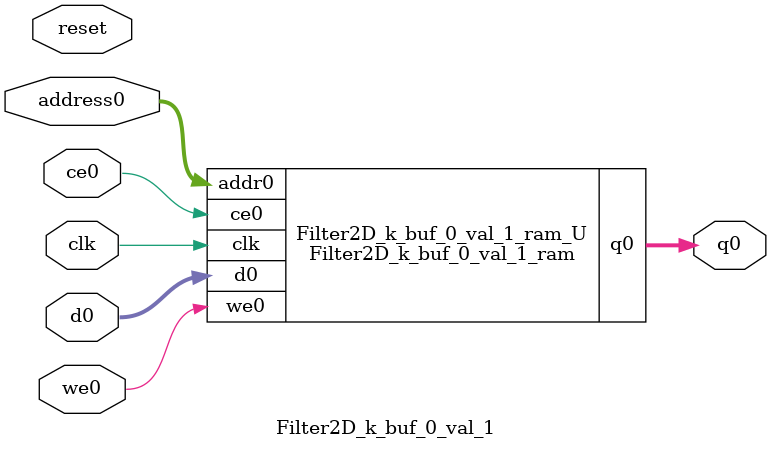
<source format=v>
`timescale 1 ns / 1 ps
module Filter2D_k_buf_0_val_1_ram (addr0, ce0, d0, we0, q0,  clk);

parameter DWIDTH = 8;
parameter AWIDTH = 8;
parameter MEM_SIZE = 220;

input[AWIDTH-1:0] addr0;
input ce0;
input[DWIDTH-1:0] d0;
input we0;
output reg[DWIDTH-1:0] q0;
input clk;

(* ram_style = "block" *)reg [DWIDTH-1:0] ram[0:MEM_SIZE-1];




always @(posedge clk)  
begin 
    if (ce0) 
    begin
        if (we0) 
        begin 
            ram[addr0] <= d0; 
        end 
        q0 <= ram[addr0];
    end
end


endmodule

`timescale 1 ns / 1 ps
module Filter2D_k_buf_0_val_1(
    reset,
    clk,
    address0,
    ce0,
    we0,
    d0,
    q0);

parameter DataWidth = 32'd8;
parameter AddressRange = 32'd220;
parameter AddressWidth = 32'd8;
input reset;
input clk;
input[AddressWidth - 1:0] address0;
input ce0;
input we0;
input[DataWidth - 1:0] d0;
output[DataWidth - 1:0] q0;



Filter2D_k_buf_0_val_1_ram Filter2D_k_buf_0_val_1_ram_U(
    .clk( clk ),
    .addr0( address0 ),
    .ce0( ce0 ),
    .we0( we0 ),
    .d0( d0 ),
    .q0( q0 ));

endmodule


</source>
